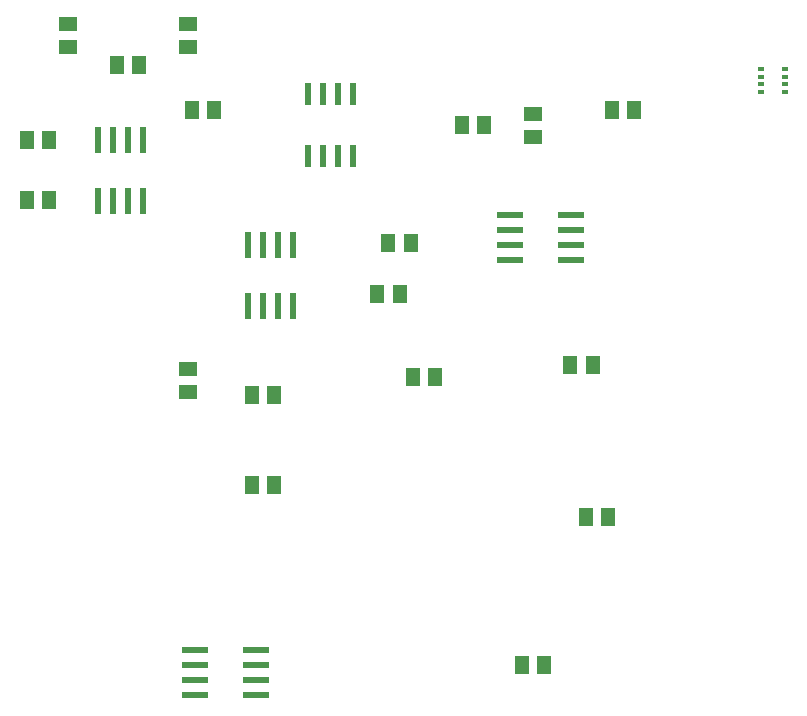
<source format=gtp>
G75*
%MOIN*%
%OFA0B0*%
%FSLAX25Y25*%
%IPPOS*%
%LPD*%
%AMOC8*
5,1,8,0,0,1.08239X$1,22.5*
%
%ADD10R,0.02400X0.07500*%
%ADD11R,0.05118X0.05906*%
%ADD12R,0.05906X0.05118*%
%ADD13R,0.02362X0.08661*%
%ADD14R,0.08661X0.02362*%
%ADD15R,0.01969X0.01378*%
D10*
X0130000Y0245650D03*
X0135000Y0245650D03*
X0140000Y0245650D03*
X0145000Y0245650D03*
X0145000Y0266250D03*
X0140000Y0266250D03*
X0135000Y0266250D03*
X0130000Y0266250D03*
D11*
X0098740Y0260950D03*
X0091260Y0260950D03*
X0073740Y0275950D03*
X0066260Y0275950D03*
X0043740Y0250950D03*
X0036260Y0250950D03*
X0036260Y0230950D03*
X0043740Y0230950D03*
X0111260Y0165950D03*
X0118740Y0165950D03*
X0118740Y0135950D03*
X0111260Y0135950D03*
X0164910Y0172075D03*
X0172390Y0172075D03*
X0160590Y0199825D03*
X0153110Y0199825D03*
X0156710Y0216850D03*
X0164190Y0216850D03*
X0181260Y0255950D03*
X0188740Y0255950D03*
X0231260Y0260950D03*
X0238740Y0260950D03*
X0224915Y0176175D03*
X0217435Y0176175D03*
X0222535Y0125500D03*
X0230015Y0125500D03*
X0208740Y0075950D03*
X0201260Y0075950D03*
D12*
X0090000Y0167210D03*
X0090000Y0174690D03*
X0090000Y0282210D03*
X0090000Y0289690D03*
X0050000Y0289690D03*
X0050000Y0282210D03*
X0205000Y0259690D03*
X0205000Y0252210D03*
D13*
X0125000Y0216186D03*
X0120000Y0216186D03*
X0115000Y0216186D03*
X0110000Y0216186D03*
X0110000Y0195714D03*
X0115000Y0195714D03*
X0120000Y0195714D03*
X0125000Y0195714D03*
X0075000Y0230714D03*
X0070000Y0230714D03*
X0065000Y0230714D03*
X0060000Y0230714D03*
X0060000Y0251186D03*
X0065000Y0251186D03*
X0070000Y0251186D03*
X0075000Y0251186D03*
D14*
X0092264Y0065950D03*
X0092264Y0070950D03*
X0092264Y0075950D03*
X0092264Y0080950D03*
X0112736Y0080950D03*
X0112736Y0075950D03*
X0112736Y0070950D03*
X0112736Y0065950D03*
X0197264Y0210950D03*
X0197264Y0215950D03*
X0197264Y0220950D03*
X0197264Y0225950D03*
X0217736Y0225950D03*
X0217736Y0220950D03*
X0217736Y0215950D03*
X0217736Y0210950D03*
D15*
X0280965Y0267111D03*
X0280965Y0269670D03*
X0280965Y0272230D03*
X0280965Y0274789D03*
X0289035Y0274789D03*
X0289035Y0272230D03*
X0289035Y0269670D03*
X0289035Y0267111D03*
M02*

</source>
